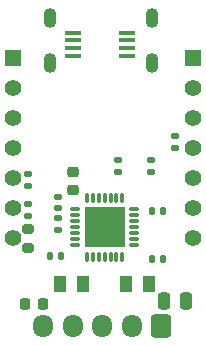
<source format=gbr>
%TF.GenerationSoftware,KiCad,Pcbnew,8.0.8*%
%TF.CreationDate,2025-03-27T14:33:37-07:00*%
%TF.ProjectId,pepper_stepper,70657070-6572-45f7-9374-65707065722e,rev?*%
%TF.SameCoordinates,Original*%
%TF.FileFunction,Soldermask,Bot*%
%TF.FilePolarity,Negative*%
%FSLAX46Y46*%
G04 Gerber Fmt 4.6, Leading zero omitted, Abs format (unit mm)*
G04 Created by KiCad (PCBNEW 8.0.8) date 2025-03-27 14:33:37*
%MOMM*%
%LPD*%
G01*
G04 APERTURE LIST*
G04 Aperture macros list*
%AMRoundRect*
0 Rectangle with rounded corners*
0 $1 Rounding radius*
0 $2 $3 $4 $5 $6 $7 $8 $9 X,Y pos of 4 corners*
0 Add a 4 corners polygon primitive as box body*
4,1,4,$2,$3,$4,$5,$6,$7,$8,$9,$2,$3,0*
0 Add four circle primitives for the rounded corners*
1,1,$1+$1,$2,$3*
1,1,$1+$1,$4,$5*
1,1,$1+$1,$6,$7*
1,1,$1+$1,$8,$9*
0 Add four rect primitives between the rounded corners*
20,1,$1+$1,$2,$3,$4,$5,0*
20,1,$1+$1,$4,$5,$6,$7,0*
20,1,$1+$1,$6,$7,$8,$9,0*
20,1,$1+$1,$8,$9,$2,$3,0*%
G04 Aperture macros list end*
%ADD10R,1.400000X1.400000*%
%ADD11C,1.400000*%
%ADD12RoundRect,0.250000X0.600000X0.725000X-0.600000X0.725000X-0.600000X-0.725000X0.600000X-0.725000X0*%
%ADD13O,1.700000X1.950000*%
%ADD14O,1.100000X1.700000*%
%ADD15RoundRect,0.250000X-0.250000X-0.475000X0.250000X-0.475000X0.250000X0.475000X-0.250000X0.475000X0*%
%ADD16RoundRect,0.140000X-0.140000X-0.170000X0.140000X-0.170000X0.140000X0.170000X-0.140000X0.170000X0*%
%ADD17R,1.130000X1.380000*%
%ADD18RoundRect,0.135000X-0.185000X0.135000X-0.185000X-0.135000X0.185000X-0.135000X0.185000X0.135000X0*%
%ADD19RoundRect,0.140000X0.170000X-0.140000X0.170000X0.140000X-0.170000X0.140000X-0.170000X-0.140000X0*%
%ADD20RoundRect,0.225000X0.225000X0.250000X-0.225000X0.250000X-0.225000X-0.250000X0.225000X-0.250000X0*%
%ADD21RoundRect,0.200000X0.275000X-0.200000X0.275000X0.200000X-0.275000X0.200000X-0.275000X-0.200000X0*%
%ADD22R,1.400000X0.410000*%
%ADD23RoundRect,0.135000X0.185000X-0.135000X0.185000X0.135000X-0.185000X0.135000X-0.185000X-0.135000X0*%
%ADD24O,0.900000X0.280000*%
%ADD25O,0.280000X0.900000*%
%ADD26R,3.500000X3.500000*%
%ADD27RoundRect,0.225000X0.250000X-0.225000X0.250000X0.225000X-0.250000X0.225000X-0.250000X-0.225000X0*%
%ADD28RoundRect,0.140000X0.140000X0.170000X-0.140000X0.170000X-0.140000X-0.170000X0.140000X-0.170000X0*%
G04 APERTURE END LIST*
D10*
%TO.C,H1*%
X101600000Y-43180000D03*
D11*
X101600000Y-45720000D03*
X101600000Y-48260000D03*
X101600000Y-50800000D03*
X101600000Y-53340000D03*
X101600000Y-55880000D03*
X101600000Y-58420000D03*
%TD*%
D12*
%TO.C,J1*%
X114140000Y-65913000D03*
D13*
X111640000Y-65913000D03*
X109140000Y-65913000D03*
X106640000Y-65913000D03*
X104140000Y-65913000D03*
%TD*%
D10*
%TO.C,H2*%
X116840000Y-43180000D03*
D11*
X116840000Y-45720000D03*
X116840000Y-48260000D03*
X116840000Y-50800000D03*
X116840000Y-53340000D03*
X116840000Y-55880000D03*
X116840000Y-58420000D03*
%TD*%
D14*
%TO.C,USB1*%
X113355200Y-43641018D03*
X113355200Y-39831018D03*
X104715200Y-43641018D03*
X104715200Y-39831018D03*
%TD*%
D15*
%TO.C,C18*%
X114366000Y-63754000D03*
X116266000Y-63754000D03*
%TD*%
D16*
%TO.C,C9*%
X104676000Y-59944000D03*
X105636000Y-59944000D03*
%TD*%
D17*
%TO.C,R7*%
X111141000Y-62345818D03*
X113141000Y-62345818D03*
%TD*%
D18*
%TO.C,R4*%
X110490000Y-51802818D03*
X110490000Y-52822818D03*
%TD*%
D16*
%TO.C,C11*%
X113312000Y-56134000D03*
X114272000Y-56134000D03*
%TD*%
D19*
%TO.C,C6*%
X105410000Y-57745818D03*
X105410000Y-56785818D03*
%TD*%
D20*
%TO.C,C8*%
X104153000Y-64027064D03*
X102603000Y-64027064D03*
%TD*%
D18*
%TO.C,R10*%
X115316000Y-49782000D03*
X115316000Y-50802000D03*
%TD*%
%TO.C,R5*%
X113284000Y-51814000D03*
X113284000Y-52834000D03*
%TD*%
%TO.C,R9*%
X102870000Y-55560000D03*
X102870000Y-56580000D03*
%TD*%
D21*
%TO.C,R11*%
X102870000Y-59308000D03*
X102870000Y-57658000D03*
%TD*%
D22*
%TO.C,U4*%
X111266000Y-41045818D03*
X111266000Y-41695818D03*
X111266000Y-42355818D03*
X111266000Y-43005818D03*
X106666000Y-43005818D03*
X106666000Y-42355818D03*
X106666000Y-41695818D03*
X106666000Y-41045818D03*
%TD*%
D17*
%TO.C,R6*%
X107553000Y-62345818D03*
X105553000Y-62345818D03*
%TD*%
D19*
%TO.C,C7*%
X105410000Y-55915818D03*
X105410000Y-54955818D03*
%TD*%
D23*
%TO.C,R8*%
X102870000Y-54040000D03*
X102870000Y-53020000D03*
%TD*%
D24*
%TO.C,U3*%
X106847000Y-59019818D03*
X106847000Y-58519818D03*
X106847000Y-58019818D03*
X106847000Y-57519818D03*
X106847000Y-57019818D03*
X106847000Y-56519818D03*
X106847000Y-56019818D03*
D25*
X107847000Y-55019818D03*
X108347000Y-55019818D03*
X108847000Y-55019818D03*
X109347000Y-55019818D03*
X109847000Y-55019818D03*
X110347000Y-55019818D03*
X110847000Y-55019818D03*
D24*
X111847000Y-56019818D03*
X111847000Y-56519818D03*
X111847000Y-57019818D03*
X111847000Y-57519818D03*
X111847000Y-58019818D03*
X111847000Y-58519818D03*
X111847000Y-59019818D03*
D25*
X110847000Y-60019818D03*
X110347000Y-60019818D03*
X109847000Y-60019818D03*
X109347000Y-60019818D03*
X108847000Y-60019818D03*
X108347000Y-60019818D03*
X107847000Y-60019818D03*
D26*
X109347000Y-57519818D03*
%TD*%
D27*
%TO.C,C5*%
X106680000Y-54369000D03*
X106680000Y-52819000D03*
%TD*%
D28*
%TO.C,C10*%
X114272000Y-60198000D03*
X113312000Y-60198000D03*
%TD*%
M02*

</source>
